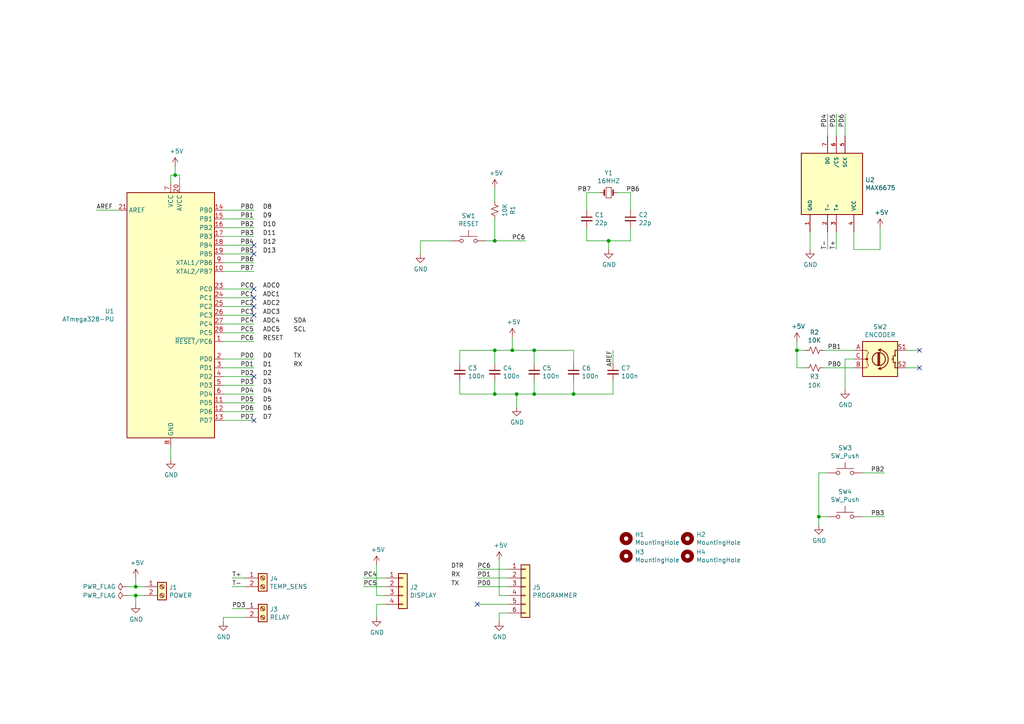
<source format=kicad_sch>
(kicad_sch (version 20211123) (generator eeschema)
  (paper "A4")
  (title_block (title "HotPlate") (date "2021-12-31") (rev "1.0") (company "Amplitud Modulada") (comment 1 "By Cesar Mardueño"))
  (lib_symbols
    (symbol "Connector:Screw_Terminal_01x02" (pin_names (offset 1.016) hide)
      (property "Reference" "J" (at 0 2.54 0))
      (property "Value" "Screw_Terminal_01x02" (at 0 -5.08 0))
      (symbol "Screw_Terminal_01x02_1_1"
        (rectangle (start -1.27 1.27) (end 1.27 -3.81) (stroke (width 0.254)) (fill (type background)))
        (circle (center 0 -2.54) (radius 0.635) (stroke (width 0.1524)))
        (polyline (pts (xy -0.5334 -2.2098) (xy 0.3302 -3.048)) (stroke (width 0.1524)))
        (polyline (pts (xy -0.5334 0.3302) (xy 0.3302 -0.508)) (stroke (width 0.1524)))
        (polyline (pts (xy -0.3556 -2.032) (xy 0.508 -2.8702)) (stroke (width 0.1524)))
        (polyline (pts (xy -0.3556 0.508) (xy 0.508 -0.3302)) (stroke (width 0.1524)))
        (circle (center 0 0) (radius 0.635) (stroke (width 0.1524)))
        (pin passive line (at -5.08 0 0) (length 3.81) (name "Pin_1") (number "1"))
        (pin passive line (at -5.08 -2.54 0) (length 3.81) (name "Pin_2") (number "2"))
      )
    )
    (symbol "Connector_Generic:Conn_01x04" (pin_names (offset 1.016) hide)
      (property "Reference" "J" (at 0 5.08 0))
      (property "Value" "Conn_01x04" (at 0 -7.62 0))
      (symbol "Conn_01x04_1_1"
        (rectangle (start -1.27 -4.953) (end 0 -5.207) (stroke (width 0.1524)))
        (rectangle (start -1.27 -2.413) (end 0 -2.667) (stroke (width 0.1524)))
        (rectangle (start -1.27 0.127) (end 0 -0.127) (stroke (width 0.1524)))
        (rectangle (start -1.27 2.667) (end 0 2.413) (stroke (width 0.1524)))
        (rectangle (start -1.27 3.81) (end 1.27 -6.35) (stroke (width 0.254)) (fill (type background)))
        (pin passive line (at -5.08 2.54 0) (length 3.81) (name "Pin_1") (number "1"))
        (pin passive line (at -5.08 0 0) (length 3.81) (name "Pin_2") (number "2"))
        (pin passive line (at -5.08 -2.54 0) (length 3.81) (name "Pin_3") (number "3"))
        (pin passive line (at -5.08 -5.08 0) (length 3.81) (name "Pin_4") (number "4"))
      )
    )
    (symbol "Connector_Generic:Conn_01x06" (pin_names (offset 1.016) hide)
      (property "Reference" "J" (at 0 7.62 0))
      (property "Value" "Conn_01x06" (at 0 -10.16 0))
      (symbol "Conn_01x06_1_1"
        (rectangle (start -1.27 -7.493) (end 0 -7.747) (stroke (width 0.1524)))
        (rectangle (start -1.27 -4.953) (end 0 -5.207) (stroke (width 0.1524)))
        (rectangle (start -1.27 -2.413) (end 0 -2.667) (stroke (width 0.1524)))
        (rectangle (start -1.27 0.127) (end 0 -0.127) (stroke (width 0.1524)))
        (rectangle (start -1.27 2.667) (end 0 2.413) (stroke (width 0.1524)))
        (rectangle (start -1.27 5.207) (end 0 4.953) (stroke (width 0.1524)))
        (rectangle (start -1.27 6.35) (end 1.27 -8.89) (stroke (width 0.254)) (fill (type background)))
        (pin passive line (at -5.08 5.08 0) (length 3.81) (name "Pin_1") (number "1"))
        (pin passive line (at -5.08 2.54 0) (length 3.81) (name "Pin_2") (number "2"))
        (pin passive line (at -5.08 0 0) (length 3.81) (name "Pin_3") (number "3"))
        (pin passive line (at -5.08 -2.54 0) (length 3.81) (name "Pin_4") (number "4"))
        (pin passive line (at -5.08 -5.08 0) (length 3.81) (name "Pin_5") (number "5"))
        (pin passive line (at -5.08 -7.62 0) (length 3.81) (name "Pin_6") (number "6"))
      )
    )
    (symbol "Device:C_Small" (pin_numbers hide) (pin_names (offset 0.254) hide)
      (property "Reference" "C" (at 0.254 1.778 0))
      (property "Value" "C_Small" (at 0.254 -2.032 0))
      (symbol "C_Small_0_1"
        (polyline (pts (xy -1.524 -0.508) (xy 1.524 -0.508)) (stroke (width 0.3302)))
        (polyline (pts (xy -1.524 0.508) (xy 1.524 0.508)) (stroke (width 0.3048)))
      )
      (symbol "C_Small_1_1"
        (pin passive line (at 0 2.54 270) (length 2.032) (name "~") (number "1"))
        (pin passive line (at 0 -2.54 90) (length 2.032) (name "~") (number "2"))
      )
    )
    (symbol "Device:Crystal_Small" (pin_numbers hide) (pin_names (offset 1.016) hide)
      (property "Reference" "Y" (at 0 2.54 0))
      (property "Value" "Crystal_Small" (at 0 -2.54 0))
      (symbol "Crystal_Small_0_1"
        (rectangle (start -0.762 -1.524) (end 0.762 1.524))
        (polyline (pts (xy -1.27 -0.762) (xy -1.27 0.762)) (stroke (width 0.381)))
        (polyline (pts (xy 1.27 -0.762) (xy 1.27 0.762)) (stroke (width 0.381)))
      )
      (symbol "Crystal_Small_1_1"
        (pin passive line (at -2.54 0 0) (length 1.27) (name "1") (number "1"))
        (pin passive line (at 2.54 0 180) (length 1.27) (name "2") (number "2"))
      )
    )
    (symbol "Device:R_Small_US" (pin_numbers hide) (pin_names (offset 0.254) hide)
      (property "Reference" "R" (at 0.762 0.508 0))
      (property "Value" "R_Small_US" (at 0.762 -1.016 0))
      (symbol "R_Small_US_1_1"
        (polyline (pts (xy 0 0) (xy 1.016 -0.381) (xy 0 -0.762) (xy -1.016 -1.143) (xy 0 -1.524)))
        (polyline (pts (xy 0 1.524) (xy 1.016 1.143) (xy 0 0.762) (xy -1.016 0.381) (xy 0 0)))
        (pin passive line (at 0 2.54 270) (length 1.016) (name "~") (number "1"))
        (pin passive line (at 0 -2.54 90) (length 1.016) (name "~") (number "2"))
      )
    )
    (symbol "HotPlate_TempControl-rescue:ATmega328-PU-MCU_Microchip_ATmega"
      (property "Reference" "U" (at -12.7 36.83 0))
      (property "Value" "ATmega328-PU-MCU_Microchip_ATmega" (at 2.54 -36.83 0))
      (symbol "ATmega328-PU-MCU_Microchip_ATmega_0_1"
        (rectangle (start -12.7 -35.56) (end 12.7 35.56) (stroke (width 0.254)) (fill (type background)))
      )
      (symbol "ATmega328-PU-MCU_Microchip_ATmega_1_1"
        (pin bidirectional line (at 15.24 -7.62 180) (length 2.54) (name "~{RESET}/PC6") (number "1"))
        (pin bidirectional line (at 15.24 12.7 180) (length 2.54) (name "XTAL2/PB7") (number "10"))
        (pin bidirectional line (at 15.24 -25.4 180) (length 2.54) (name "PD5") (number "11"))
        (pin bidirectional line (at 15.24 -27.94 180) (length 2.54) (name "PD6") (number "12"))
        (pin bidirectional line (at 15.24 -30.48 180) (length 2.54) (name "PD7") (number "13"))
        (pin bidirectional line (at 15.24 30.48 180) (length 2.54) (name "PB0") (number "14"))
        (pin bidirectional line (at 15.24 27.94 180) (length 2.54) (name "PB1") (number "15"))
        (pin bidirectional line (at 15.24 25.4 180) (length 2.54) (name "PB2") (number "16"))
        (pin bidirectional line (at 15.24 22.86 180) (length 2.54) (name "PB3") (number "17"))
        (pin bidirectional line (at 15.24 20.32 180) (length 2.54) (name "PB4") (number "18"))
        (pin bidirectional line (at 15.24 17.78 180) (length 2.54) (name "PB5") (number "19"))
        (pin bidirectional line (at 15.24 -12.7 180) (length 2.54) (name "PD0") (number "2"))
        (pin power_in line (at 2.54 38.1 270) (length 2.54) (name "AVCC") (number "20"))
        (pin passive line (at -15.24 30.48 0) (length 2.54) (name "AREF") (number "21"))
        (pin passive line (at 0 -38.1 90) (length 2.54) hide (name "GND") (number "22"))
        (pin bidirectional line (at 15.24 7.62 180) (length 2.54) (name "PC0") (number "23"))
        (pin bidirectional line (at 15.24 5.08 180) (length 2.54) (name "PC1") (number "24"))
        (pin bidirectional line (at 15.24 2.54 180) (length 2.54) (name "PC2") (number "25"))
        (pin bidirectional line (at 15.24 0 180) (length 2.54) (name "PC3") (number "26"))
        (pin bidirectional line (at 15.24 -2.54 180) (length 2.54) (name "PC4") (number "27"))
        (pin bidirectional line (at 15.24 -5.08 180) (length 2.54) (name "PC5") (number "28"))
        (pin bidirectional line (at 15.24 -15.24 180) (length 2.54) (name "PD1") (number "3"))
        (pin bidirectional line (at 15.24 -17.78 180) (length 2.54) (name "PD2") (number "4"))
        (pin bidirectional line (at 15.24 -20.32 180) (length 2.54) (name "PD3") (number "5"))
        (pin bidirectional line (at 15.24 -22.86 180) (length 2.54) (name "PD4") (number "6"))
        (pin power_in line (at 0 38.1 270) (length 2.54) (name "VCC") (number "7"))
        (pin power_in line (at 0 -38.1 90) (length 2.54) (name "GND") (number "8"))
        (pin bidirectional line (at 15.24 15.24 180) (length 2.54) (name "XTAL1/PB6") (number "9"))
      )
    )
    (symbol "HotPlate_TempControl-rescue:MAX6675-MAX6675" (pin_names (offset 1.016))
      (property "Reference" "IC" (at 10.16 7.62 0))
      (property "Value" "MAX6675-MAX6675" (at -7.62 -15.24 0))
      (symbol "MAX6675-MAX6675_0_0"
        (rectangle (start -7.62 -12.7) (end 10.16 5.08) (stroke (width 0.254)) (fill (type background)))
        (pin power_in line (at -12.7 2.54 0) (length 5.08) (name "GND") (number "1"))
        (pin input line (at -12.7 -2.54 0) (length 5.08) (name "T-") (number "2"))
        (pin input line (at -12.7 -5.08 0) (length 5.08) (name "T+") (number "3"))
        (pin power_in line (at -12.7 -10.16 0) (length 5.08) (name "VCC") (number "4"))
        (pin input line (at 15.24 -7.62 180) (length 5.08) (name "SCK") (number "5"))
        (pin input line (at 15.24 -5.08 180) (length 5.08) (name "/CS") (number "6"))
        (pin output line (at 15.24 -2.54 180) (length 5.08) (name "DO") (number "7"))
      )
    )
    (symbol "HotPlate_TempControl-rescue:Rotary_Encoder_Switch-Device" (pin_names (offset 0.254) hide)
      (property "Reference" "SW" (at 0 6.604 0))
      (property "Value" "Rotary_Encoder_Switch-Device" (at 0 -6.604 0))
      (symbol "Rotary_Encoder_Switch-Device_0_1"
        (rectangle (start -5.08 5.08) (end 5.08 -5.08) (stroke (width 0.254)) (fill (type background)))
        (circle (center -3.81 0) (radius 0.254) (fill (type outline)))
        (arc (start -0.381 -2.794) (mid 2.3622 -0.0508) (end -0.381 2.667) (stroke (width 0.254)))
        (circle (center -0.381 0) (radius 1.905) (stroke (width 0.254)))
        (polyline (pts (xy -0.635 -1.778) (xy -0.635 1.778)) (stroke (width 0.254)))
        (polyline (pts (xy -0.381 -1.778) (xy -0.381 1.778)) (stroke (width 0.254)))
        (polyline (pts (xy -0.127 1.778) (xy -0.127 -1.778)) (stroke (width 0.254)))
        (polyline (pts (xy 3.81 0) (xy 3.429 0)) (stroke (width 0.254)))
        (polyline (pts (xy 3.81 1.016) (xy 3.81 -1.016)) (stroke (width 0.254)))
        (polyline (pts (xy -5.08 -2.54) (xy -3.81 -2.54) (xy -3.81 -2.032)))
        (polyline (pts (xy -5.08 2.54) (xy -3.81 2.54) (xy -3.81 2.032)))
        (polyline (pts (xy 0.254 -3.048) (xy -0.508 -2.794) (xy 0.127 -2.413)) (stroke (width 0.254)))
        (polyline (pts (xy 0.254 2.921) (xy -0.508 2.667) (xy 0.127 2.286)) (stroke (width 0.254)))
        (polyline (pts (xy 5.08 -2.54) (xy 4.318 -2.54) (xy 4.318 -1.016)) (stroke (width 0.254)))
        (polyline (pts (xy 5.08 2.54) (xy 4.318 2.54) (xy 4.318 1.016)) (stroke (width 0.254)))
        (polyline (pts (xy -5.08 0) (xy -3.81 0) (xy -3.81 -1.016) (xy -3.302 -2.032)))
        (polyline (pts (xy -4.318 0) (xy -3.81 0) (xy -3.81 1.016) (xy -3.302 2.032)))
        (circle (center 4.318 -1.016) (radius 0.127) (stroke (width 0.254)))
        (circle (center 4.318 1.016) (radius 0.127) (stroke (width 0.254)))
      )
      (symbol "Rotary_Encoder_Switch-Device_1_1"
        (pin passive line (at -7.62 2.54 0) (length 2.54) (name "A") (number "A"))
        (pin passive line (at -7.62 -2.54 0) (length 2.54) (name "B") (number "B"))
        (pin passive line (at -7.62 0 0) (length 2.54) (name "C") (number "C"))
        (pin passive line (at 7.62 2.54 180) (length 2.54) (name "S1") (number "S1"))
        (pin passive line (at 7.62 -2.54 180) (length 2.54) (name "S2") (number "S2"))
      )
    )
    (symbol "Mechanical:MountingHole" (pin_names (offset 1.016))
      (property "Reference" "H" (at 0 5.08 0))
      (property "Value" "MountingHole" (at 0 3.175 0))
      (symbol "MountingHole_0_1"
        (circle (center 0 0) (radius 1.27) (stroke (width 1.27)))
      )
    )
    (symbol "Switch:SW_Push" (pin_numbers hide) (pin_names (offset 1.016) hide)
      (property "Reference" "SW" (at 1.27 2.54 0))
      (property "Value" "SW_Push" (at 0 -1.524 0))
      (symbol "SW_Push_0_1"
        (circle (center -2.032 0) (radius 0.508))
        (polyline (pts (xy 0 1.27) (xy 0 3.048)))
        (polyline (pts (xy 2.54 1.27) (xy -2.54 1.27)))
        (circle (center 2.032 0) (radius 0.508))
        (pin passive line (at -5.08 0 0) (length 2.54) (name "1") (number "1"))
        (pin passive line (at 5.08 0 180) (length 2.54) (name "2") (number "2"))
      )
    )
    (symbol "power:+5V" (power) (pin_names (offset 0))
      (property "Value" "+5V" (at 0 3.556 0))
      (symbol "+5V_0_1"
        (polyline (pts (xy -0.762 1.27) (xy 0 2.54)))
        (polyline (pts (xy 0 0) (xy 0 2.54)))
        (polyline (pts (xy 0 2.54) (xy 0.762 1.27)))
      )
      (symbol "+5V_1_1"
        (pin power_in line (at 0 0 90) (length 0) hide (name "+5V") (number "1"))
      )
    )
    (symbol "power:GND" (power) (pin_names (offset 0))
      (property "Value" "GND" (at 0 -3.81 0))
      (symbol "GND_0_1"
        (polyline (pts (xy 0 0) (xy 0 -1.27) (xy 1.27 -1.27) (xy 0 -2.54) (xy -1.27 -1.27) (xy 0 -1.27)))
      )
      (symbol "GND_1_1"
        (pin power_in line (at 0 0 270) (length 0) hide (name "GND") (number "1"))
      )
    )
    (symbol "power:PWR_FLAG" (power) (pin_numbers hide) (pin_names (offset 0) hide)
      (property "Value" "PWR_FLAG" (at 0 3.81 0))
      (symbol "PWR_FLAG_0_0"
        (pin power_out line (at 0 0 90) (length 0) (name "pwr") (number "1"))
      )
      (symbol "PWR_FLAG_0_1"
        (polyline (pts (xy 0 0) (xy 0 1.27) (xy -1.016 1.905) (xy 0 2.54) (xy 1.016 1.905) (xy 0 1.27)))
      )
    )
  )
  (junction (at 50.8 50.8))
  (junction (at 39.37 170.18))
  (junction (at 176.53 69.85))
  (junction (at 143.51 114.3))
  (junction (at 143.51 69.85))
  (junction (at 149.86 114.3))
  (junction (at 143.51 101.6))
  (junction (at 39.37 172.72))
  (junction (at 231.14 101.6))
  (junction (at 154.94 114.3))
  (junction (at 148.59 101.6))
  (junction (at 237.49 149.86))
  (junction (at 154.94 101.6))
  (junction (at 166.37 114.3))
  (no_connect (at 73.66 91.44))
  (no_connect (at 73.66 88.9))
  (no_connect (at 73.66 83.82))
  (no_connect (at 73.66 71.12))
  (no_connect (at 73.66 73.66))
  (no_connect (at 266.7 106.68))
  (no_connect (at 138.43 175.26))
  (no_connect (at 73.66 121.92))
  (no_connect (at 266.7 101.6))
  (no_connect (at 73.66 86.36))
  (no_connect (at 73.66 109.22))
  (wire (pts (xy 133.35 110.49) (xy 133.35 114.3)))
  (wire (pts (xy 177.8 114.3) (xy 166.37 114.3)))
  (wire (pts (xy 177.8 105.41) (xy 177.8 101.6)))
  (wire (pts (xy 177.8 110.49) (xy 177.8 114.3)))
  (wire (pts (xy 179.07 55.88) (xy 182.88 55.88)))
  (wire (pts (xy 143.51 69.85) (xy 140.97 69.85)))
  (wire (pts (xy 111.76 167.64) (xy 105.41 167.64)))
  (wire (pts (xy 64.77 106.68) (xy 73.66 106.68)))
  (wire (pts (xy 49.53 129.54) (xy 49.53 133.35)))
  (wire (pts (xy 64.77 111.76) (xy 73.66 111.76)))
  (wire (pts (xy 64.77 68.58) (xy 73.66 68.58)))
  (wire (pts (xy 64.77 93.98) (xy 73.66 93.98)))
  (wire (pts (xy 71.12 176.53) (xy 67.31 176.53)))
  (wire (pts (xy 64.77 179.07) (xy 64.77 180.34)))
  (wire (pts (xy 173.99 55.88) (xy 170.18 55.88)))
  (wire (pts (xy 247.65 67.31) (xy 247.65 72.39)))
  (wire (pts (xy 147.32 177.8) (xy 144.78 177.8)))
  (wire (pts (xy 166.37 105.41) (xy 166.37 101.6)))
  (wire (pts (xy 231.14 101.6) (xy 233.68 101.6)))
  (wire (pts (xy 64.77 88.9) (xy 73.66 88.9)))
  (wire (pts (xy 231.14 106.68) (xy 233.68 106.68)))
  (wire (pts (xy 250.19 149.86) (xy 256.54 149.86)))
  (wire (pts (xy 176.53 69.85) (xy 176.53 72.39)))
  (wire (pts (xy 154.94 101.6) (xy 148.59 101.6)))
  (wire (pts (xy 41.91 172.72) (xy 39.37 172.72)))
  (wire (pts (xy 143.51 58.42) (xy 143.51 54.61)))
  (wire (pts (xy 147.32 165.1) (xy 138.43 165.1)))
  (wire (pts (xy 154.94 110.49) (xy 154.94 114.3)))
  (wire (pts (xy 147.32 172.72) (xy 144.78 172.72)))
  (wire (pts (xy 247.65 106.68) (xy 238.76 106.68)))
  (wire (pts (xy 247.65 104.14) (xy 245.11 104.14)))
  (wire (pts (xy 64.77 119.38) (xy 73.66 119.38)))
  (wire (pts (xy 64.77 114.3) (xy 73.66 114.3)))
  (wire (pts (xy 231.14 101.6) (xy 231.14 99.06)))
  (wire (pts (xy 111.76 175.26) (xy 109.22 175.26)))
  (wire (pts (xy 176.53 69.85) (xy 170.18 69.85)))
  (wire (pts (xy 262.89 101.6) (xy 266.7 101.6)))
  (wire (pts (xy 182.88 55.88) (xy 182.88 60.96)))
  (wire (pts (xy 133.35 114.3) (xy 143.51 114.3)))
  (wire (pts (xy 144.78 172.72) (xy 144.78 162.56)))
  (wire (pts (xy 182.88 69.85) (xy 176.53 69.85)))
  (wire (pts (xy 64.77 76.2) (xy 73.66 76.2)))
  (wire (pts (xy 247.65 72.39) (xy 255.27 72.39)))
  (wire (pts (xy 36.83 172.72) (xy 39.37 172.72)))
  (wire (pts (xy 147.32 167.64) (xy 138.43 167.64)))
  (wire (pts (xy 143.51 101.6) (xy 143.51 105.41)))
  (wire (pts (xy 121.92 69.85) (xy 121.92 73.66)))
  (wire (pts (xy 149.86 114.3) (xy 149.86 118.11)))
  (wire (pts (xy 50.8 50.8) (xy 52.07 50.8)))
  (wire (pts (xy 111.76 172.72) (xy 109.22 172.72)))
  (wire (pts (xy 144.78 177.8) (xy 144.78 180.34)))
  (wire (pts (xy 64.77 78.74) (xy 73.66 78.74)))
  (wire (pts (xy 242.57 67.31) (xy 242.57 72.39)))
  (wire (pts (xy 148.59 101.6) (xy 148.59 97.79)))
  (wire (pts (xy 64.77 109.22) (xy 73.66 109.22)))
  (wire (pts (xy 240.03 39.37) (xy 240.03 33.02)))
  (wire (pts (xy 182.88 66.04) (xy 182.88 69.85)))
  (wire (pts (xy 64.77 86.36) (xy 73.66 86.36)))
  (wire (pts (xy 64.77 99.06) (xy 73.66 99.06)))
  (wire (pts (xy 64.77 179.07) (xy 71.12 179.07)))
  (wire (pts (xy 231.14 106.68) (xy 231.14 101.6)))
  (wire (pts (xy 64.77 116.84) (xy 73.66 116.84)))
  (wire (pts (xy 255.27 72.39) (xy 255.27 66.04)))
  (wire (pts (xy 237.49 149.86) (xy 237.49 152.4)))
  (wire (pts (xy 111.76 170.18) (xy 105.41 170.18)))
  (wire (pts (xy 240.03 149.86) (xy 237.49 149.86)))
  (wire (pts (xy 121.92 69.85) (xy 130.81 69.85)))
  (wire (pts (xy 71.12 167.64) (xy 67.31 167.64)))
  (wire (pts (xy 133.35 101.6) (xy 143.51 101.6)))
  (wire (pts (xy 49.53 50.8) (xy 50.8 50.8)))
  (wire (pts (xy 143.51 63.5) (xy 143.51 69.85)))
  (wire (pts (xy 247.65 101.6) (xy 238.76 101.6)))
  (wire (pts (xy 262.89 106.68) (xy 266.7 106.68)))
  (wire (pts (xy 154.94 114.3) (xy 149.86 114.3)))
  (wire (pts (xy 50.8 48.26) (xy 50.8 50.8)))
  (wire (pts (xy 166.37 110.49) (xy 166.37 114.3)))
  (wire (pts (xy 39.37 172.72) (xy 39.37 175.26)))
  (wire (pts (xy 237.49 137.16) (xy 237.49 149.86)))
  (wire (pts (xy 71.12 170.18) (xy 67.31 170.18)))
  (wire (pts (xy 133.35 105.41) (xy 133.35 101.6)))
  (wire (pts (xy 170.18 69.85) (xy 170.18 66.04)))
  (wire (pts (xy 250.19 137.16) (xy 256.54 137.16)))
  (wire (pts (xy 147.32 170.18) (xy 138.43 170.18)))
  (wire (pts (xy 154.94 105.41) (xy 154.94 101.6)))
  (wire (pts (xy 242.57 33.02) (xy 242.57 39.37)))
  (wire (pts (xy 64.77 66.04) (xy 73.66 66.04)))
  (wire (pts (xy 64.77 73.66) (xy 73.66 73.66)))
  (wire (pts (xy 245.11 104.14) (xy 245.11 113.03)))
  (wire (pts (xy 52.07 50.8) (xy 52.07 53.34)))
  (wire (pts (xy 64.77 60.96) (xy 73.66 60.96)))
  (wire (pts (xy 64.77 96.52) (xy 73.66 96.52)))
  (wire (pts (xy 149.86 114.3) (xy 143.51 114.3)))
  (wire (pts (xy 148.59 101.6) (xy 143.51 101.6)))
  (wire (pts (xy 34.29 60.96) (xy 27.94 60.96)))
  (wire (pts (xy 245.11 39.37) (xy 245.11 33.02)))
  (wire (pts (xy 143.51 69.85) (xy 152.4 69.85)))
  (wire (pts (xy 39.37 170.18) (xy 39.37 167.64)))
  (wire (pts (xy 64.77 121.92) (xy 73.66 121.92)))
  (wire (pts (xy 41.91 170.18) (xy 39.37 170.18)))
  (wire (pts (xy 170.18 55.88) (xy 170.18 60.96)))
  (wire (pts (xy 64.77 83.82) (xy 73.66 83.82)))
  (wire (pts (xy 64.77 104.14) (xy 73.66 104.14)))
  (wire (pts (xy 49.53 53.34) (xy 49.53 50.8)))
  (wire (pts (xy 39.37 170.18) (xy 36.83 170.18)))
  (wire (pts (xy 109.22 175.26) (xy 109.22 179.07)))
  (wire (pts (xy 240.03 67.31) (xy 240.03 72.39)))
  (wire (pts (xy 166.37 114.3) (xy 154.94 114.3)))
  (wire (pts (xy 234.95 67.31) (xy 234.95 72.39)))
  (wire (pts (xy 64.77 63.5) (xy 73.66 63.5)))
  (wire (pts (xy 166.37 101.6) (xy 154.94 101.6)))
  (wire (pts (xy 143.51 114.3) (xy 143.51 110.49)))
  (wire (pts (xy 147.32 175.26) (xy 138.43 175.26)))
  (wire (pts (xy 64.77 91.44) (xy 73.66 91.44)))
  (wire (pts (xy 64.77 71.12) (xy 73.66 71.12)))
  (wire (pts (xy 109.22 172.72) (xy 109.22 163.83)))
  (wire (pts (xy 240.03 137.16) (xy 237.49 137.16)))
  (label "PB1" (at 240.03 101.6 0))
  (label "T-" (at 67.31 170.18 0))
  (label "D10" (at 76.2 66.04 0))
  (label "ADC3" (at 76.2 91.44 0))
  (label "PD2" (at 73.66 109.22 180))
  (label "PC5" (at 105.41 170.18 0))
  (label "TX" (at 130.81 170.18 0))
  (label "PB6" (at 181.61 55.88 0))
  (label "PD0" (at 138.43 170.18 0))
  (label "PB7" (at 73.66 78.74 180))
  (label "PB7" (at 171.45 55.88 180))
  (label "D12" (at 76.2 71.12 0))
  (label "ADC1" (at 76.2 86.36 0))
  (label "PD0" (at 73.66 104.14 180))
  (label "PB5" (at 73.66 73.66 180))
  (label "ADC0" (at 76.2 83.82 0))
  (label "D5" (at 76.2 116.84 0))
  (label "PB3" (at 256.54 149.86 180))
  (label "T+" (at 67.31 167.64 0))
  (label "PD1" (at 73.66 106.68 180))
  (label "PD6" (at 73.66 119.38 180))
  (label "PB6" (at 73.66 76.2 180))
  (label "D9" (at 76.2 63.5 0))
  (label "PC6" (at 73.66 99.06 180))
  (label "PB2" (at 256.54 137.16 180))
  (label "RX" (at 85.09 106.68 0))
  (label "ADC2" (at 76.2 88.9 0))
  (label "D2" (at 76.2 109.22 0))
  (label "PC5" (at 73.66 96.52 180))
  (label "D0" (at 76.2 104.14 0))
  (label "PD3" (at 73.66 111.76 180))
  (label "RESET" (at 76.2 99.06 0))
  (label "D7" (at 76.2 121.92 0))
  (label "T-" (at 240.03 72.39 90))
  (label "PC6" (at 138.43 165.1 0))
  (label "ADC5" (at 76.2 96.52 0))
  (label "SCL" (at 85.09 96.52 0))
  (label "PD3" (at 67.31 176.53 0))
  (label "PB0" (at 73.66 60.96 180))
  (label "PC4" (at 73.66 93.98 180))
  (label "D8" (at 76.2 60.96 0))
  (label "TX" (at 85.09 104.14 0))
  (label "PD5" (at 73.66 116.84 180))
  (label "PB4" (at 73.66 71.12 180))
  (label "PC4" (at 105.41 167.64 0))
  (label "SDA" (at 85.09 93.98 0))
  (label "PC3" (at 73.66 91.44 180))
  (label "T+" (at 242.57 72.39 90))
  (label "PB0" (at 240.03 106.68 0))
  (label "AREF" (at 27.94 60.96 0))
  (label "PC6" (at 152.4 69.85 180))
  (label "D3" (at 76.2 111.76 0))
  (label "PD1" (at 138.43 167.64 0))
  (label "PD7" (at 73.66 121.92 180))
  (label "PD4" (at 240.03 33.02 270))
  (label "D1" (at 76.2 106.68 0))
  (label "PB2" (at 73.66 66.04 180))
  (label "PD5" (at 242.57 33.02 270))
  (label "PD6" (at 245.11 33.02 270))
  (label "RX" (at 130.81 167.64 0))
  (label "PD4" (at 73.66 114.3 180))
  (label "PC1" (at 73.66 86.36 180))
  (label "ADC4" (at 76.2 93.98 0))
  (label "PB3" (at 73.66 68.58 180))
  (label "D4" (at 76.2 114.3 0))
  (label "D11" (at 76.2 68.58 0))
  (label "PB1" (at 73.66 63.5 180))
  (label "AREF" (at 177.8 101.6 270))
  (label "D6" (at 76.2 119.38 0))
  (label "PC0" (at 73.66 83.82 180))
  (label "DTR" (at 130.81 165.1 0))
  (label "D13" (at 76.2 73.66 0))
  (label "PC2" (at 73.66 88.9 180))
  (symbol (lib_id "HotPlate_TempControl-rescue:ATmega328-PU-MCU_Microchip_ATmega") (at 49.53 91.44 0) (unit 1)
    (property "Reference" "U1" (at 33.1724 90.2716 0) (effects (justify right)))
    (property "Value" "ATmega328-PU" (at 33.1724 92.583 0) (effects (justify right)))
    (property "Footprint" "Package_DIP:DIP-28_W7.62mm" (effects hide))
    (property "Datasheet" "http://ww1.microchip.com/downloads/en/DeviceDoc/ATmega328_P%20AVR%20MCU%20with%20picoPower%20Technology%20Data%20Sheet%2040001984A.pdf" (effects hide))
  )
  (symbol (lib_id "power:+5V") (at 50.8 48.26 0) (unit 1)
    (property "Reference" "#PWR0101" (effects hide))
    (property "Value" "+5V" (at 51.181 43.8658 0))
  )
  (symbol (lib_id "power:GND") (at 49.53 133.35 0) (unit 1)
    (property "Reference" "#PWR0102" (effects hide))
    (property "Value" "GND" (at 49.657 137.7442 0))
  )
  (symbol (lib_id "HotPlate_TempControl-rescue:MAX6675-MAX6675") (at 237.49 54.61 90) (unit 1)
    (property "Reference" "U2" (at 250.952 52.1716 90) (effects (justify right)))
    (property "Value" "MAX6675" (at 250.952 54.483 90) (effects (justify right)))
    (property "Footprint" "Package_SO:SO-8_3.9x4.9mm_P1.27mm" (effects hide))
  )
  (symbol (lib_id "power:GND") (at 234.95 72.39 0) (unit 1)
    (property "Reference" "#PWR0103" (effects hide))
    (property "Value" "GND" (at 235.077 76.7842 0))
  )
  (symbol (lib_id "power:+5V") (at 255.27 66.04 0) (unit 1)
    (property "Reference" "#PWR0104" (effects hide))
    (property "Value" "+5V" (at 255.651 61.6458 0))
  )
  (symbol (lib_id "HotPlate_TempControl-rescue:Rotary_Encoder_Switch-Device") (at 255.27 104.14 0) (unit 1)
    (property "Reference" "SW2" (at 255.27 94.8182 0))
    (property "Value" "ENCODER" (at 255.27 97.1296 0))
    (property "Footprint" "Rotary_Encoder:RotaryEncoder_Alps_EC11E-Switch_Vertical_H20mm" (effects hide))
  )
  (symbol (lib_id "Device:R_Small_US") (at 236.22 101.6 270) (unit 1)
    (property "Reference" "R2" (at 236.22 96.393 90))
    (property "Value" "10K" (at 236.22 98.7044 90))
    (property "Footprint" "Capacitor_SMD:C_0603_1608Metric_Pad1.08x0.95mm_HandSolder" (effects hide))
  )
  (symbol (lib_id "Device:R_Small_US") (at 236.22 106.68 270) (unit 1)
    (property "Reference" "R3" (at 236.22 109.22 90))
    (property "Value" "10K" (at 236.22 111.76 90))
    (property "Footprint" "Capacitor_SMD:C_0603_1608Metric_Pad1.08x0.95mm_HandSolder" (effects hide))
  )
  (symbol (lib_id "power:GND") (at 245.11 113.03 0) (unit 1)
    (property "Reference" "#PWR0105" (effects hide))
    (property "Value" "GND" (at 245.237 117.4242 0))
  )
  (symbol (lib_id "power:+5V") (at 231.14 99.06 0) (unit 1)
    (property "Reference" "#PWR0106" (effects hide))
    (property "Value" "+5V" (at 231.521 94.6658 0))
  )
  (symbol (lib_id "Device:C_Small") (at 143.51 107.95 0) (unit 1)
    (property "Reference" "C4" (at 145.8468 106.7816 0) (effects (justify left)))
    (property "Value" "100n" (at 145.8468 109.093 0) (effects (justify left)))
    (property "Footprint" "Capacitor_SMD:C_0603_1608Metric_Pad1.08x0.95mm_HandSolder" (effects hide))
  )
  (symbol (lib_id "Device:C_Small") (at 133.35 107.95 0) (unit 1)
    (property "Reference" "C3" (at 135.6868 106.7816 0) (effects (justify left)))
    (property "Value" "100n" (at 135.6868 109.093 0) (effects (justify left)))
    (property "Footprint" "Capacitor_SMD:C_0603_1608Metric_Pad1.08x0.95mm_HandSolder" (effects hide))
  )
  (symbol (lib_id "Device:C_Small") (at 154.94 107.95 0) (unit 1)
    (property "Reference" "C5" (at 157.2768 106.7816 0) (effects (justify left)))
    (property "Value" "100n" (at 157.2768 109.093 0) (effects (justify left)))
    (property "Footprint" "Capacitor_SMD:C_0603_1608Metric_Pad1.08x0.95mm_HandSolder" (effects hide))
  )
  (symbol (lib_id "Device:C_Small") (at 166.37 107.95 0) (unit 1)
    (property "Reference" "C6" (at 168.7068 106.7816 0) (effects (justify left)))
    (property "Value" "100n" (at 168.7068 109.093 0) (effects (justify left)))
    (property "Footprint" "Capacitor_SMD:C_0603_1608Metric_Pad1.08x0.95mm_HandSolder" (effects hide))
  )
  (symbol (lib_id "Device:C_Small") (at 177.8 107.95 0) (unit 1)
    (property "Reference" "C7" (at 180.1368 106.7816 0) (effects (justify left)))
    (property "Value" "100n" (at 180.1368 109.093 0) (effects (justify left)))
    (property "Footprint" "Capacitor_SMD:C_0603_1608Metric_Pad1.08x0.95mm_HandSolder" (effects hide))
  )
  (symbol (lib_id "Connector:Screw_Terminal_01x02") (at 46.99 170.18 0) (unit 1)
    (property "Reference" "J1" (at 49.022 170.3832 0) (effects (justify left)))
    (property "Value" "POWER" (at 49.022 172.6946 0) (effects (justify left)))
    (property "Footprint" "TerminalBlock_Phoenix:TerminalBlock_Phoenix_MKDS-1,5-2-5.08_1x02_P5.08mm_Horizontal" (effects hide))
  )
  (symbol (lib_id "power:GND") (at 39.37 175.26 0) (unit 1)
    (property "Reference" "#PWR0108" (effects hide))
    (property "Value" "GND" (at 39.497 179.6542 0))
  )
  (symbol (lib_id "power:+5V") (at 39.37 167.64 0) (unit 1)
    (property "Reference" "#PWR0109" (effects hide))
    (property "Value" "+5V" (at 39.751 163.2458 0))
  )
  (symbol (lib_id "power:PWR_FLAG") (at 36.83 170.18 90) (unit 1)
    (property "Reference" "#FLG0101" (effects hide))
    (property "Value" "PWR_FLAG" (at 33.6042 170.18 90) (effects (justify left)))
  )
  (symbol (lib_id "Connector:Screw_Terminal_01x02") (at 76.2 176.53 0) (unit 1)
    (property "Reference" "J3" (at 78.232 176.7332 0) (effects (justify left)))
    (property "Value" "RELAY" (at 78.232 179.0446 0) (effects (justify left)))
    (property "Footprint" "TerminalBlock_Phoenix:TerminalBlock_Phoenix_MKDS-1,5-2-5.08_1x02_P5.08mm_Horizontal" (effects hide))
  )
  (symbol (lib_id "Connector_Generic:Conn_01x04") (at 116.84 170.18 0) (unit 1)
    (property "Reference" "J2" (at 118.872 170.3832 0) (effects (justify left)))
    (property "Value" "DISPLAY" (at 118.872 172.6946 0) (effects (justify left)))
    (property "Footprint" "Connector_JST:JST_XH_B4B-XH-A_1x04_P2.50mm_Vertical" (effects hide))
  )
  (symbol (lib_id "Connector:Screw_Terminal_01x02") (at 76.2 167.64 0) (unit 1)
    (property "Reference" "J4" (at 78.232 167.8432 0) (effects (justify left)))
    (property "Value" "TEMP_SENS" (at 78.232 170.1546 0) (effects (justify left)))
    (property "Footprint" "TerminalBlock_Phoenix:TerminalBlock_Phoenix_MKDS-1,5-2-5.08_1x02_P5.08mm_Horizontal" (effects hide))
  )
  (symbol (lib_id "power:+5V") (at 148.59 97.79 0) (unit 1)
    (property "Reference" "#PWR0112" (effects hide))
    (property "Value" "+5V" (at 148.971 93.3958 0))
  )
  (symbol (lib_id "power:GND") (at 149.86 118.11 0) (unit 1)
    (property "Reference" "#PWR0113" (effects hide))
    (property "Value" "GND" (at 149.987 122.5042 0))
  )
  (symbol (lib_id "power:GND") (at 121.92 73.66 0) (unit 1)
    (property "Reference" "#PWR0114" (effects hide))
    (property "Value" "GND" (at 122.047 78.0542 0))
  )
  (symbol (lib_id "Device:R_Small_US") (at 143.51 60.96 180) (unit 1)
    (property "Reference" "R1" (at 148.717 60.96 90))
    (property "Value" "10K" (at 146.4056 60.96 90))
    (property "Footprint" "Capacitor_SMD:C_0603_1608Metric_Pad1.08x0.95mm_HandSolder" (effects hide))
  )
  (symbol (lib_id "power:+5V") (at 109.22 163.83 0) (unit 1)
    (property "Reference" "#PWR0110" (effects hide))
    (property "Value" "+5V" (at 109.601 159.4358 0))
  )
  (symbol (lib_id "power:GND") (at 109.22 179.07 0) (unit 1)
    (property "Reference" "#PWR0111" (effects hide))
    (property "Value" "GND" (at 109.347 183.4642 0))
  )
  (symbol (lib_id "power:+5V") (at 143.51 54.61 0) (unit 1)
    (property "Reference" "#PWR0115" (effects hide))
    (property "Value" "+5V" (at 143.891 50.2158 0))
  )
  (symbol (lib_id "Device:Crystal_Small") (at 176.53 55.88 0) (unit 1)
    (property "Reference" "Y1" (at 176.53 50.165 0))
    (property "Value" "16MHZ" (at 176.53 52.4764 0))
    (property "Footprint" "Crystal:Crystal_HC50_Vertical" (effects hide))
  )
  (symbol (lib_id "Device:C_Small") (at 170.18 63.5 0) (unit 1)
    (property "Reference" "C1" (at 172.5168 62.3316 0) (effects (justify left)))
    (property "Value" "22p" (at 172.5168 64.643 0) (effects (justify left)))
    (property "Footprint" "Capacitor_SMD:C_0603_1608Metric_Pad1.08x0.95mm_HandSolder" (effects hide))
  )
  (symbol (lib_id "Device:C_Small") (at 182.88 63.5 0) (unit 1)
    (property "Reference" "C2" (at 185.2168 62.3316 0) (effects (justify left)))
    (property "Value" "22p" (at 185.2168 64.643 0) (effects (justify left)))
    (property "Footprint" "Capacitor_SMD:C_0603_1608Metric_Pad1.08x0.95mm_HandSolder" (effects hide))
  )
  (symbol (lib_id "power:PWR_FLAG") (at 36.83 172.72 90) (unit 1)
    (property "Reference" "#FLG0102" (effects hide))
    (property "Value" "PWR_FLAG" (at 33.6042 172.72 90) (effects (justify left)))
  )
  (symbol (lib_id "power:GND") (at 176.53 72.39 0) (unit 1)
    (property "Reference" "#PWR0116" (effects hide))
    (property "Value" "GND" (at 176.657 76.7842 0))
  )
  (symbol (lib_id "Switch:SW_Push") (at 245.11 149.86 0) (unit 1)
    (property "Reference" "SW4" (at 245.11 142.621 0))
    (property "Value" "SW_Push" (at 245.11 144.9324 0))
    (property "Footprint" "Button_Switch_THT:SW_PUSH_6mm" (effects hide))
  )
  (symbol (lib_id "Switch:SW_Push") (at 245.11 137.16 0) (unit 1)
    (property "Reference" "SW3" (at 245.11 129.921 0))
    (property "Value" "SW_Push" (at 245.11 132.2324 0))
    (property "Footprint" "Button_Switch_THT:SW_PUSH_6mm" (effects hide))
  )
  (symbol (lib_id "Switch:SW_Push") (at 135.89 69.85 0) (unit 1)
    (property "Reference" "SW1" (at 135.89 62.611 0))
    (property "Value" "RESET" (at 135.89 64.9224 0))
    (property "Footprint" "Button_Switch_THT:SW_PUSH_6mm" (effects hide))
  )
  (symbol (lib_id "power:GND") (at 64.77 180.34 0) (unit 1)
    (property "Reference" "#PWR0117" (effects hide))
    (property "Value" "GND" (at 64.897 184.7342 0))
  )
  (symbol (lib_id "Mechanical:MountingHole") (at 181.61 156.21 0) (unit 1)
    (property "Reference" "H1" (at 184.15 155.0416 0) (effects (justify left)))
    (property "Value" "MountingHole" (at 184.15 157.353 0) (effects (justify left)))
    (property "Footprint" "MountingHole:MountingHole_3.2mm_M3_Pad_Via" (effects hide))
  )
  (symbol (lib_id "Mechanical:MountingHole") (at 199.39 156.21 0) (unit 1)
    (property "Reference" "H2" (at 201.93 155.0416 0) (effects (justify left)))
    (property "Value" "MountingHole" (at 201.93 157.353 0) (effects (justify left)))
    (property "Footprint" "MountingHole:MountingHole_3.2mm_M3_Pad_Via" (effects hide))
  )
  (symbol (lib_id "Mechanical:MountingHole") (at 181.61 161.29 0) (unit 1)
    (property "Reference" "H3" (at 184.15 160.1216 0) (effects (justify left)))
    (property "Value" "MountingHole" (at 184.15 162.433 0) (effects (justify left)))
    (property "Footprint" "MountingHole:MountingHole_3.2mm_M3_Pad_Via" (effects hide))
  )
  (symbol (lib_id "Mechanical:MountingHole") (at 199.39 161.29 0) (unit 1)
    (property "Reference" "H4" (at 201.93 160.1216 0) (effects (justify left)))
    (property "Value" "MountingHole" (at 201.93 162.433 0) (effects (justify left)))
    (property "Footprint" "MountingHole:MountingHole_3.2mm_M3_Pad_Via" (effects hide))
  )
  (symbol (lib_id "Connector_Generic:Conn_01x06") (at 152.4 170.18 0) (unit 1)
    (property "Reference" "J5" (at 154.432 170.3832 0) (effects (justify left)))
    (property "Value" "PROGRAMMER" (at 154.432 172.6946 0) (effects (justify left)))
    (property "Footprint" "Connector_PinHeader_2.54mm:PinHeader_1x06_P2.54mm_Vertical" (effects hide))
  )
  (symbol (lib_id "power:GND") (at 144.78 180.34 0) (unit 1)
    (property "Reference" "#PWR0118" (effects hide))
    (property "Value" "GND" (at 144.907 184.7342 0))
  )
  (symbol (lib_id "power:+5V") (at 144.78 162.56 0) (unit 1)
    (property "Reference" "#PWR0119" (effects hide))
    (property "Value" "+5V" (at 145.161 158.1658 0))
  )
  (symbol (lib_id "power:GND") (at 237.49 152.4 0) (unit 1)
    (property "Reference" "#PWR0107" (effects hide))
    (property "Value" "GND" (at 237.617 156.7942 0))
  )
)
</source>
